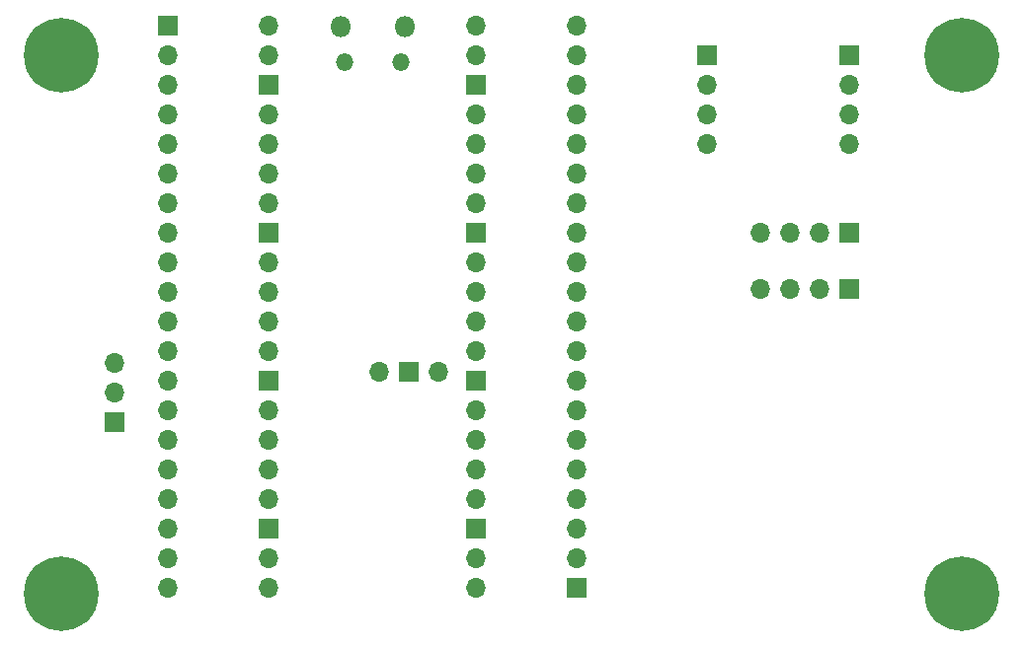
<source format=gbs>
%TF.GenerationSoftware,KiCad,Pcbnew,7.0.8*%
%TF.CreationDate,2023-11-16T15:54:20-08:00*%
%TF.ProjectId,wifi_pc_power_switch,77696669-5f70-4635-9f70-6f7765725f73,rev?*%
%TF.SameCoordinates,Original*%
%TF.FileFunction,Soldermask,Bot*%
%TF.FilePolarity,Negative*%
%FSLAX46Y46*%
G04 Gerber Fmt 4.6, Leading zero omitted, Abs format (unit mm)*
G04 Created by KiCad (PCBNEW 7.0.8) date 2023-11-16 15:54:20*
%MOMM*%
%LPD*%
G01*
G04 APERTURE LIST*
%ADD10R,1.700000X1.700000*%
%ADD11O,1.700000X1.700000*%
%ADD12C,0.800000*%
%ADD13C,6.400000*%
%ADD14O,1.800000X1.800000*%
%ADD15O,1.500000X1.500000*%
G04 APERTURE END LIST*
D10*
%TO.C,J7*%
X204216000Y-100330000D03*
D11*
X201676000Y-100330000D03*
X199136000Y-100330000D03*
X196596000Y-100330000D03*
%TD*%
D10*
%TO.C,J6*%
X204216000Y-95504000D03*
D11*
X201676000Y-95504000D03*
X199136000Y-95504000D03*
X196596000Y-95504000D03*
%TD*%
D10*
%TO.C,J1*%
X145796000Y-77724000D03*
D11*
X145796000Y-80264000D03*
X145796000Y-82804000D03*
X145796000Y-85344000D03*
X145796000Y-87884000D03*
X145796000Y-90424000D03*
X145796000Y-92964000D03*
X145796000Y-95504000D03*
X145796000Y-98044000D03*
X145796000Y-100584000D03*
X145796000Y-103124000D03*
X145796000Y-105664000D03*
X145796000Y-108204000D03*
X145796000Y-110744000D03*
X145796000Y-113284000D03*
X145796000Y-115824000D03*
X145796000Y-118364000D03*
X145796000Y-120904000D03*
X145796000Y-123444000D03*
X145796000Y-125984000D03*
%TD*%
D12*
%TO.C,H2*%
X211468000Y-80264000D03*
X212170944Y-78566944D03*
X212170944Y-81961056D03*
X213868000Y-77864000D03*
D13*
X213868000Y-80264000D03*
D12*
X213868000Y-82664000D03*
X215565056Y-78566944D03*
X215565056Y-81961056D03*
X216268000Y-80264000D03*
%TD*%
D10*
%TO.C,J5*%
X204216000Y-80264000D03*
D11*
X204216000Y-82804000D03*
X204216000Y-85344000D03*
X204216000Y-87884000D03*
%TD*%
D10*
%TO.C,J3*%
X192024000Y-80264000D03*
D11*
X192024000Y-82804000D03*
X192024000Y-85344000D03*
X192024000Y-87884000D03*
%TD*%
D10*
%TO.C,J4*%
X141199000Y-111760000D03*
D11*
X141199000Y-109220000D03*
X141199000Y-106680000D03*
%TD*%
D14*
%TO.C,U1*%
X160597000Y-77854000D03*
D15*
X160897000Y-80884000D03*
X165747000Y-80884000D03*
D14*
X166047000Y-77854000D03*
D11*
X154432000Y-77724000D03*
X154432000Y-80264000D03*
D10*
X154432000Y-82804000D03*
D11*
X154432000Y-85344000D03*
X154432000Y-87884000D03*
X154432000Y-90424000D03*
X154432000Y-92964000D03*
D10*
X154432000Y-95504000D03*
D11*
X154432000Y-98044000D03*
X154432000Y-100584000D03*
X154432000Y-103124000D03*
X154432000Y-105664000D03*
D10*
X154432000Y-108204000D03*
D11*
X154432000Y-110744000D03*
X154432000Y-113284000D03*
X154432000Y-115824000D03*
X154432000Y-118364000D03*
D10*
X154432000Y-120904000D03*
D11*
X154432000Y-123444000D03*
X154432000Y-125984000D03*
X172212000Y-125984000D03*
X172212000Y-123444000D03*
D10*
X172212000Y-120904000D03*
D11*
X172212000Y-118364000D03*
X172212000Y-115824000D03*
X172212000Y-113284000D03*
X172212000Y-110744000D03*
D10*
X172212000Y-108204000D03*
D11*
X172212000Y-105664000D03*
X172212000Y-103124000D03*
X172212000Y-100584000D03*
X172212000Y-98044000D03*
D10*
X172212000Y-95504000D03*
D11*
X172212000Y-92964000D03*
X172212000Y-90424000D03*
X172212000Y-87884000D03*
X172212000Y-85344000D03*
D10*
X172212000Y-82804000D03*
D11*
X172212000Y-80264000D03*
X172212000Y-77724000D03*
X163906100Y-107454000D03*
D10*
X166446100Y-107454000D03*
D11*
X168986100Y-107454000D03*
%TD*%
D12*
%TO.C,H1*%
X134252000Y-80264000D03*
X134954944Y-78566944D03*
X134954944Y-81961056D03*
X136652000Y-77864000D03*
D13*
X136652000Y-80264000D03*
D12*
X136652000Y-82664000D03*
X138349056Y-78566944D03*
X138349056Y-81961056D03*
X139052000Y-80264000D03*
%TD*%
%TO.C,H3*%
X134252000Y-126492000D03*
X134954944Y-124794944D03*
X134954944Y-128189056D03*
X136652000Y-124092000D03*
D13*
X136652000Y-126492000D03*
D12*
X136652000Y-128892000D03*
X138349056Y-124794944D03*
X138349056Y-128189056D03*
X139052000Y-126492000D03*
%TD*%
%TO.C,H4*%
X211468000Y-126492000D03*
X212170944Y-124794944D03*
X212170944Y-128189056D03*
X213868000Y-124092000D03*
D13*
X213868000Y-126492000D03*
D12*
X213868000Y-128892000D03*
X215565056Y-124794944D03*
X215565056Y-128189056D03*
X216268000Y-126492000D03*
%TD*%
D10*
%TO.C,J2*%
X180848000Y-125984000D03*
D11*
X180848000Y-123444000D03*
X180848000Y-120904000D03*
X180848000Y-118364000D03*
X180848000Y-115824000D03*
X180848000Y-113284000D03*
X180848000Y-110744000D03*
X180848000Y-108204000D03*
X180848000Y-105664000D03*
X180848000Y-103124000D03*
X180848000Y-100584000D03*
X180848000Y-98044000D03*
X180848000Y-95504000D03*
X180848000Y-92964000D03*
X180848000Y-90424000D03*
X180848000Y-87884000D03*
X180848000Y-85344000D03*
X180848000Y-82804000D03*
X180848000Y-80264000D03*
X180848000Y-77724000D03*
%TD*%
M02*

</source>
